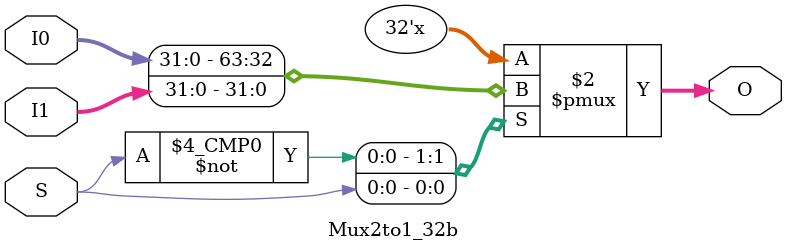
<source format=v>
`ifndef _Mux2to1_32b
`define _Mux2to1_32b

module Mux2to1_32b(
    input wire S,
    input wire [31:0] I0,
    input wire [31:0] I1,
    output reg [31:0] O
);

    always @ * begin
        case (S)
            1'b0:
                O <= I0;
            1'b1:
                O <= I1;
        endcase
    end

endmodule

`endif

</source>
